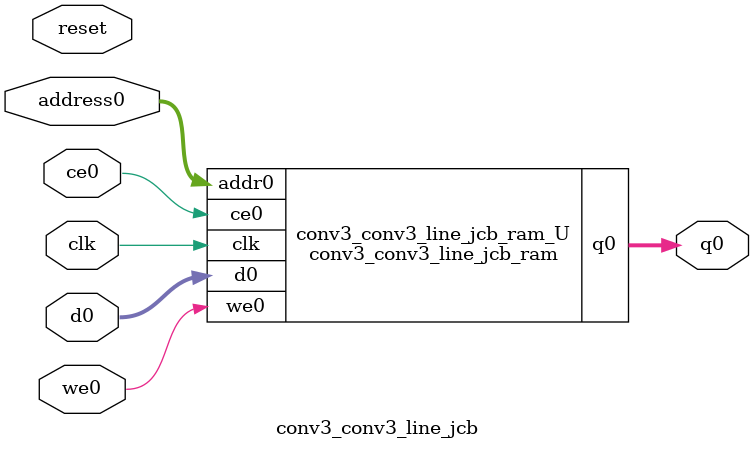
<source format=v>
`timescale 1 ns / 1 ps
module conv3_conv3_line_jcb_ram (addr0, ce0, d0, we0, q0,  clk);

parameter DWIDTH = 5;
parameter AWIDTH = 7;
parameter MEM_SIZE = 82;

input[AWIDTH-1:0] addr0;
input ce0;
input[DWIDTH-1:0] d0;
input we0;
output reg[DWIDTH-1:0] q0;
input clk;

(* ram_style = "distributed" *)reg [DWIDTH-1:0] ram[0:MEM_SIZE-1];




always @(posedge clk)  
begin 
    if (ce0) begin
        if (we0) 
            ram[addr0] <= d0; 
        q0 <= ram[addr0];
    end
end


endmodule

`timescale 1 ns / 1 ps
module conv3_conv3_line_jcb(
    reset,
    clk,
    address0,
    ce0,
    we0,
    d0,
    q0);

parameter DataWidth = 32'd5;
parameter AddressRange = 32'd82;
parameter AddressWidth = 32'd7;
input reset;
input clk;
input[AddressWidth - 1:0] address0;
input ce0;
input we0;
input[DataWidth - 1:0] d0;
output[DataWidth - 1:0] q0;



conv3_conv3_line_jcb_ram conv3_conv3_line_jcb_ram_U(
    .clk( clk ),
    .addr0( address0 ),
    .ce0( ce0 ),
    .we0( we0 ),
    .d0( d0 ),
    .q0( q0 ));

endmodule


</source>
